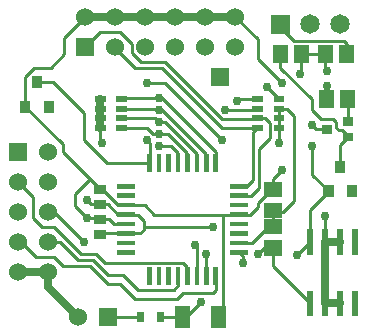
<source format=gbr>
G04 start of page 2 for group 0 idx 0 *
G04 Title: (unknown), top *
G04 Creator: pcb 20110918 *
G04 CreationDate: Fri 07 Mar 2014 04:06:25 AM GMT UTC *
G04 For: julien *
G04 Format: Gerber/RS-274X *
G04 PCB-Dimensions: 120000 113000 *
G04 PCB-Coordinate-Origin: lower left *
%MOIN*%
%FSLAX25Y25*%
%LNTOP*%
%ADD91C,0.0430*%
%ADD90C,0.0380*%
%ADD89C,0.0900*%
%ADD88C,0.0140*%
%ADD87C,0.0300*%
%ADD86R,0.0295X0.0295*%
%ADD85R,0.0240X0.0240*%
%ADD84R,0.0157X0.0157*%
%ADD83R,0.0200X0.0200*%
%ADD82R,0.0290X0.0290*%
%ADD81R,0.0340X0.0340*%
%ADD80R,0.0512X0.0512*%
%ADD79R,0.0197X0.0197*%
%ADD78C,0.0650*%
%ADD77C,0.0600*%
%ADD76C,0.0001*%
%ADD75C,0.0100*%
%ADD74C,0.0250*%
G54D74*X25000Y8000D02*X15000Y18000D01*
Y23000D01*
X5000D01*
G54D75*Y33000D02*X6000D01*
X11000Y28000D01*
X17000D01*
X19000Y33000D02*X15000D01*
X20000Y25000D02*X17000Y28000D01*
X26000Y29000D02*X17000Y38000D01*
Y43000D02*X27000Y33000D01*
X17000Y38000D02*X13000D01*
X10000Y41000D01*
Y48000D01*
X5000Y53000D01*
X15000Y43000D02*X17000D01*
X32500Y50559D02*X20000Y63059D01*
X32500Y71000D02*Y66500D01*
X24000Y49000D02*X29000Y54000D01*
Y54059D01*
X32500Y66500D02*X33000Y66000D01*
X34721Y59279D02*X27000Y67000D01*
X32000Y40559D02*X31559Y41000D01*
X28000D01*
X38425Y42075D02*X44925D01*
X32834Y35775D02*X45775D01*
X28000Y41000D02*X24000Y45000D01*
X31559Y45441D02*X29559D01*
X28000Y47000D01*
X15000Y43000D02*Y41000D01*
X24000Y45000D02*Y49000D01*
X20000Y63059D02*Y65500D01*
X7500Y78000D01*
X27000Y67000D02*Y76000D01*
X35000Y8000D02*X45808D01*
X45000Y17000D02*X40000Y22000D01*
X35000D01*
X30000Y27000D01*
X44000Y14000D02*X39000Y19000D01*
X35000D01*
X29000Y25000D01*
X30000Y27000D02*X25000D01*
X19000Y33000D01*
X29000Y25000D02*X20000D01*
X34000Y26000D02*X31000Y29000D01*
X26000D01*
G54D74*X27500Y108000D02*X77500D01*
G54D75*X32500Y103000D02*X39000D01*
X43000Y99000D01*
Y96000D01*
X46000Y93000D01*
X54000D01*
X53000Y91000D02*X44000D01*
X37500Y97500D01*
Y98000D01*
X52650Y77350D02*X67874Y62126D01*
X58425Y62575D02*X56000Y65000D01*
X61575Y62425D02*X55000Y69000D01*
X64724Y62276D02*X54000Y73000D01*
X71000Y63000D02*X53000Y81000D01*
X54000Y93000D02*X73000Y74000D01*
Y71000D02*X53000Y91000D01*
X54000Y86000D02*X73000Y67000D01*
X61575Y61492D02*Y62425D01*
X56000Y65000D02*X52000D01*
X55000Y69000D02*X50000D01*
X50798Y74202D02*X52000Y73000D01*
X54000D02*X52000D01*
Y77000D02*X51650Y77350D01*
X64724Y61492D02*Y62276D01*
X54000Y86000D02*X48000D01*
X50425Y42075D02*X47276Y45224D01*
X38276D01*
X44925Y42075D02*X47000Y40000D01*
Y37000D01*
X45775Y35775D01*
X38276Y45224D02*X32941Y50559D01*
X32500D01*
X35059Y45441D02*X32500D01*
X38425Y42075D02*X35059Y45441D01*
X41221Y38925D02*X37075D01*
X35441Y40559D01*
X32500D01*
X32834Y35775D02*X32500Y35441D01*
G54D74*Y80500D02*Y71052D01*
G54D75*X39585Y80500D02*X40085Y81000D01*
X53000D01*
X48976Y59279D02*X34721D01*
X48000Y67000D02*X48976Y66024D01*
X47948Y71052D02*X50000Y69000D01*
X48976Y66024D02*Y59279D01*
X38798Y71052D02*X47948D01*
X38798Y74202D02*X50798D01*
X51650Y77350D02*X39585D01*
X7500Y78000D02*Y88000D01*
X10500Y91000D01*
X16000D01*
X11400Y86200D02*X16800D01*
X16000Y91000D02*X20500Y95500D01*
Y101000D01*
X27500Y108000D01*
X16800Y86200D02*X27000Y76000D01*
X27500Y98000D02*X32500Y103000D01*
X57000Y17000D02*X45000D01*
X58000Y14000D02*X44000D01*
X64000Y32000D02*X64725Y31275D01*
Y21721D01*
X71024D02*Y17024D01*
X68000Y29000D02*X67874Y28874D01*
Y21721D01*
X61575D02*Y24425D01*
X60000Y26000D01*
X34000D01*
X70000Y38000D02*X47000D01*
X71810Y8000D02*X73500Y9690D01*
X71024Y17024D02*X70000Y16000D01*
X73500Y9690D02*Y42075D01*
X78779Y29477D02*X80000Y28256D01*
Y26000D01*
X50425Y42075D02*X82575D01*
X52500Y8000D02*X61000D01*
X66000Y13000D01*
X70000Y16000D02*X60000D01*
X58000Y14000D01*
X58425Y21721D02*Y18425D01*
X57000Y17000D01*
X67874Y62126D02*Y59279D01*
X71000Y63000D02*Y59302D01*
X71023Y59279D01*
X89000Y50000D02*X85000Y46000D01*
X82874Y48374D02*X85500Y51000D01*
Y64000D01*
X78779Y48374D02*X82874D01*
X78779Y51524D02*X81524D01*
X83500Y53500D01*
X58425Y59279D02*Y62575D01*
G54D74*X107500Y33000D02*Y12500D01*
X112500D01*
X107500Y33000D02*X112500D01*
G54D75*X98000Y28500D02*X102500Y33000D01*
X90000Y30914D02*Y25000D01*
X102500Y12500D01*
X78779Y32626D02*X83126D01*
X88500Y38000D01*
X90000D01*
Y43414D01*
X85000Y46000D02*Y44500D01*
X102500Y33000D02*Y43700D01*
X108600Y49800D01*
X107500Y33000D02*Y41500D01*
X85000Y44500D02*X82575Y42075D01*
X90000Y30914D02*X86914D01*
X85000Y29000D01*
X92084Y77350D02*X94650D01*
X115000Y73000D02*Y80500D01*
X103000D02*Y77000D01*
X106000Y74000D01*
X111200Y73000D02*X110200Y74000D01*
X106000D01*
X94650Y77350D02*X97000Y75000D01*
X89000Y72500D02*X87298Y74202D01*
X85000D01*
Y77350D02*X84650Y77000D01*
X92084Y71052D02*Y77350D01*
X73000Y71000D02*X84948D01*
X73000Y74000D02*X85000D01*
X84650Y77000D02*X74000D01*
X78000Y80000D02*X78500Y80500D01*
X85000D01*
X97000Y46500D02*X93500Y43000D01*
X90000D01*
X93000Y57000D02*X90000Y54000D01*
Y50500D01*
Y50000D02*X89000D01*
X112500Y58000D02*Y65400D01*
X115000Y67900D01*
X85500Y64000D02*X89000Y67500D01*
Y72500D01*
X83500Y53500D02*Y69552D01*
X85000Y71052D01*
X92084Y70916D02*X92000Y70831D01*
Y66000D01*
X97000Y75000D02*Y46500D01*
X108000Y70500D02*X104500D01*
X115300Y67900D02*X113000Y70200D01*
X112000D01*
X111200Y71000D01*
Y73000D01*
X104500Y70500D02*X103000Y72000D01*
X108600Y49800D02*X103000Y55400D01*
Y65000D01*
X107500Y95500D02*X99586D01*
X114586D02*Y99000D01*
X113586Y100000D01*
X97000D01*
X92500Y91000D02*X103000Y80500D01*
X99000Y89000D02*X99500Y89500D01*
X97000Y100000D02*X92500Y104500D01*
Y105500D01*
X77500Y108000D02*X85000Y100500D01*
Y94000D01*
X93000Y86000D01*
X92500Y95500D02*Y91000D01*
X108000Y85000D02*Y80500D01*
Y90000D02*X107500Y90500D01*
Y95500D01*
X99500D02*X100000Y95000D01*
X99500Y89500D02*Y95500D01*
X88000Y85000D02*Y84584D01*
X92084Y80500D01*
G54D76*G36*
X24500Y101000D02*Y95000D01*
X30500D01*
Y101000D01*
X24500D01*
G37*
G54D77*X37500Y98000D03*
X47500D03*
X27500Y108000D03*
X37500D03*
X47500D03*
X57500D03*
X67500D03*
X77500D03*
X57500Y98000D03*
X67500D03*
X77500D03*
G54D76*G36*
X69500Y91000D02*Y85000D01*
X75500D01*
Y91000D01*
X69500D01*
G37*
G36*
X89250Y108750D02*Y102250D01*
X95750D01*
Y108750D01*
X89250D01*
G37*
G54D78*X102500Y105500D03*
X112500D03*
G54D77*X5000Y43000D03*
X15000D03*
X5000Y33000D03*
X15000D03*
G54D76*G36*
X2000Y66000D02*Y60000D01*
X8000D01*
Y66000D01*
X2000D01*
G37*
G54D77*X15000Y63000D03*
X5000Y53000D03*
X15000D03*
X5000Y23000D03*
X15000D03*
G54D76*G36*
X32000Y11000D02*Y5000D01*
X38000D01*
Y11000D01*
X32000D01*
G37*
G54D77*X25000Y8000D03*
G54D79*X91297Y71052D02*X92872D01*
X91297Y74202D02*X92872D01*
X91297Y77350D02*X92872D01*
X91297Y80500D02*X92872D01*
G54D80*X114586Y95893D02*Y95107D01*
G54D81*X108600Y50100D02*Y49500D01*
X112500Y58300D02*Y57700D01*
G54D82*X114700Y73000D02*X115300D01*
X107700Y70500D02*X108300D01*
X114700Y67900D02*X115300D01*
G54D80*X89607Y38000D02*X90393D01*
X89607Y30914D02*X90393D01*
X89607Y50500D02*X90393D01*
X89607Y43414D02*X90393D01*
G54D81*X116400Y50100D02*Y49500D01*
G54D83*X117500Y15750D02*Y9250D01*
Y36250D02*Y29750D01*
X102500Y15750D02*Y9250D01*
X107500Y15750D02*Y9250D01*
X112500Y15750D02*Y9250D01*
Y36250D02*Y29750D01*
X107500Y36250D02*Y29750D01*
X102500Y36250D02*Y29750D01*
G54D84*X76566Y29477D02*X80992D01*
X76566Y32626D02*X80992D01*
X76566Y35776D02*X80992D01*
X76566Y38925D02*X80992D01*
X76566Y42075D02*X80992D01*
X76566Y45225D02*X80992D01*
X76566Y48374D02*X80992D01*
X76566Y51524D02*X80992D01*
X71023Y61492D02*Y57066D01*
X67874Y61492D02*Y57066D01*
X64724Y61492D02*Y57066D01*
X61575Y61492D02*Y57066D01*
X58425Y61492D02*Y57066D01*
Y23934D02*Y19508D01*
X61575Y23934D02*Y19508D01*
X64725Y23934D02*Y19508D01*
X67874Y23934D02*Y19508D01*
X71024Y23934D02*Y19508D01*
G54D85*X52500Y8400D02*Y7600D01*
X45808Y8400D02*Y7600D01*
G54D80*X60000Y9181D02*Y6819D01*
X71810Y9181D02*Y6819D01*
X115000Y80893D02*Y80107D01*
X107914Y80893D02*Y80107D01*
X107500Y95893D02*Y95107D01*
X99586Y95893D02*Y95107D01*
X92500Y95893D02*Y95107D01*
G54D81*X7500Y78300D02*Y77700D01*
X15300Y78300D02*Y77700D01*
X11400Y86500D02*Y85900D01*
G54D79*X84212Y80500D02*X85787D01*
X84212Y77350D02*X85787D01*
X84212Y74202D02*X85787D01*
X84212Y71052D02*X85787D01*
X31712Y80500D02*X33288D01*
X38798D02*X40372D01*
X31712Y77350D02*X33288D01*
X31712Y74202D02*X33288D01*
X31712Y71052D02*X33288D01*
X38798D02*X40372D01*
X38798Y74202D02*X40372D01*
X38798Y77350D02*X40372D01*
G54D86*X32008Y40559D02*X32992D01*
X32008Y35441D02*X32992D01*
X32008Y45441D02*X32992D01*
X32008Y50559D02*X32992D01*
G54D84*X39008Y51523D02*X43434D01*
X39008Y48374D02*X43434D01*
X39008Y45224D02*X43434D01*
X39008Y42075D02*X43434D01*
X39008Y38925D02*X43434D01*
X39008Y35775D02*X43434D01*
X39008Y32626D02*X43434D01*
X55275Y61492D02*Y57066D01*
X52126Y61492D02*Y57066D01*
X48976Y61492D02*Y57066D01*
X39008Y29476D02*X43434D01*
X48977Y23934D02*Y19508D01*
X52126Y23934D02*Y19508D01*
X55276Y23934D02*Y19508D01*
G54D87*X28000Y47000D03*
Y41000D03*
X27000Y33000D03*
X33000Y66000D03*
X67874Y28874D03*
X80000Y26000D03*
X85000Y29000D03*
X98000Y28500D03*
X64000Y32000D03*
X66000Y13000D03*
X70000Y38000D03*
X107500Y41500D03*
X103000Y65000D03*
X93000Y57000D03*
X52000Y81000D03*
Y65000D03*
X48000Y67000D03*
X52000Y69000D03*
Y73000D03*
Y77000D03*
X108000Y85000D03*
Y90000D03*
X103000Y72000D03*
X92000Y66000D03*
X74000Y77000D03*
X78000Y80000D03*
X73000Y67000D03*
X93000Y86000D03*
X88000Y84584D03*
X99000Y89000D03*
X48000Y86000D03*
G54D88*G54D89*G54D88*G54D89*G54D88*G54D90*G54D91*G54D90*M02*

</source>
